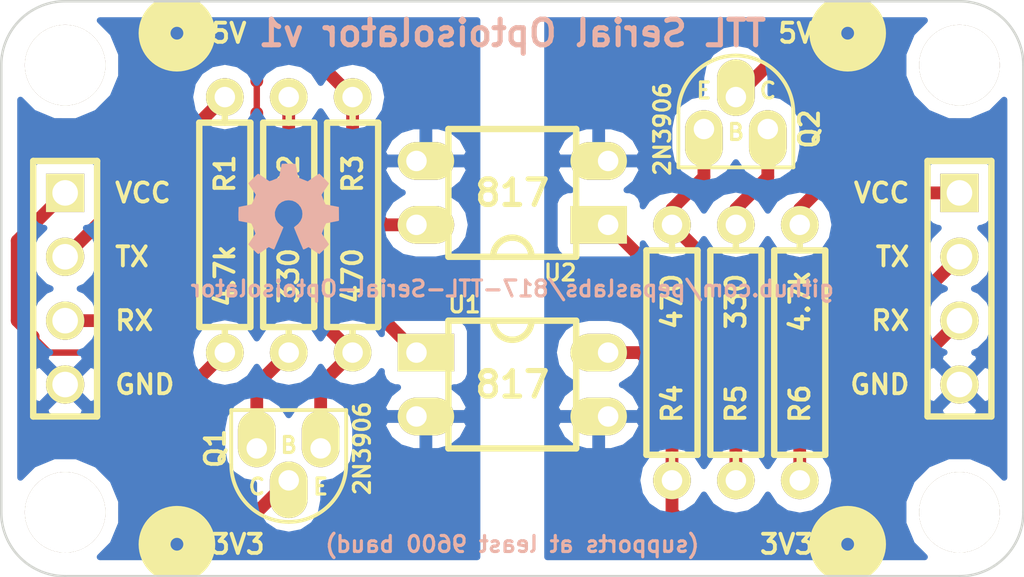
<source format=kicad_pcb>
(kicad_pcb (version 3) (host pcbnew "(2013-07-07 BZR 4022)-stable")

  (general
    (links 20)
    (no_connects 0)
    (area 199.339999 52.019999 240.080001 74.980001)
    (thickness 1.6)
    (drawings 27)
    (tracks 69)
    (zones 0)
    (modules 17)
    (nets 15)
  )

  (page A3)
  (layers
    (15 F.Cu signal)
    (0 B.Cu signal)
    (16 B.Adhes user)
    (17 F.Adhes user)
    (18 B.Paste user)
    (19 F.Paste user)
    (20 B.SilkS user)
    (21 F.SilkS user)
    (22 B.Mask user)
    (23 F.Mask user)
    (24 Dwgs.User user)
    (25 Cmts.User user)
    (26 Eco1.User user)
    (27 Eco2.User user)
    (28 Edge.Cuts user)
  )

  (setup
    (last_trace_width 0.508)
    (user_trace_width 0.508)
    (trace_clearance 0.254)
    (zone_clearance 0.508)
    (zone_45_only no)
    (trace_min 0.254)
    (segment_width 0.2)
    (edge_width 0.1)
    (via_size 0.889)
    (via_drill 0.635)
    (via_min_size 0.889)
    (via_min_drill 0.508)
    (uvia_size 0.508)
    (uvia_drill 0.127)
    (uvias_allowed no)
    (uvia_min_size 0.508)
    (uvia_min_drill 0.127)
    (pcb_text_width 0.3)
    (pcb_text_size 1.5 1.5)
    (mod_edge_width 0.15)
    (mod_text_size 1 1)
    (mod_text_width 0.15)
    (pad_size 1.5 1.5)
    (pad_drill 0.6)
    (pad_to_mask_clearance 0)
    (aux_axis_origin 0 0)
    (visible_elements 7FFFFFFF)
    (pcbplotparams
      (layerselection 284196865)
      (usegerberextensions true)
      (excludeedgelayer true)
      (linewidth 0.150000)
      (plotframeref false)
      (viasonmask false)
      (mode 1)
      (useauxorigin false)
      (hpglpennumber 1)
      (hpglpenspeed 20)
      (hpglpendiameter 15)
      (hpglpenoverlay 2)
      (psnegative false)
      (psa4output false)
      (plotreference true)
      (plotvalue true)
      (plotothertext true)
      (plotinvisibletext false)
      (padsonsilk false)
      (subtractmaskfromsilk false)
      (outputformat 1)
      (mirror false)
      (drillshape 0)
      (scaleselection 1)
      (outputdirectory ../gerbers/))
  )

  (net 0 "")
  (net 1 GNDA)
  (net 2 GNDB)
  (net 3 N-0000010)
  (net 4 N-0000011)
  (net 5 N-0000014)
  (net 6 N-000004)
  (net 7 N-000005)
  (net 8 N-000006)
  (net 9 RXA)
  (net 10 RXB)
  (net 11 TXA)
  (net 12 TXB)
  (net 13 VCCA)
  (net 14 VCCB)

  (net_class Default "This is the default net class."
    (clearance 0.254)
    (trace_width 0.254)
    (via_dia 0.889)
    (via_drill 0.635)
    (uvia_dia 0.508)
    (uvia_drill 0.127)
    (add_net "")
    (add_net GNDA)
    (add_net GNDB)
    (add_net N-0000010)
    (add_net N-0000011)
    (add_net N-0000014)
    (add_net N-000004)
    (add_net N-000005)
    (add_net N-000006)
    (add_net RXA)
    (add_net RXB)
    (add_net TXA)
    (add_net TXB)
    (add_net VCCA)
    (add_net VCCB)
  )

  (module TO-92_Q_EBC_059Bo_PL (layer F.Cu) (tedit 5324AA28) (tstamp 5546F383)
    (at 212.09 69.85)
    (descr "TO-92 Transistor, EBC pinout")
    (tags DEV)
    (path /5546F340)
    (fp_text reference Q1 (at -4.191 0 90) (layer F.SilkS)
      (effects (font (size 0.762 0.762) (thickness 0.1524)))
    )
    (fp_text value 2N3906 (at 1.651 0 90) (layer F.SilkS)
      (effects (font (size 0.635 0.635) (thickness 0.127)))
    )
    (fp_line (start 1.016 0.635) (end 1.016 -1.524) (layer F.SilkS) (width 0.15))
    (fp_line (start 1.016 -1.524) (end -3.556 -1.524) (layer F.SilkS) (width 0.15))
    (fp_line (start -3.556 -1.524) (end -3.556 0.635) (layer F.SilkS) (width 0.15))
    (fp_arc (start -1.27 0.635) (end -1.27 2.921) (angle 90) (layer F.SilkS) (width 0.15))
    (fp_arc (start -1.27 0.635) (end 1.016 0.635) (angle 90) (layer F.SilkS) (width 0.15))
    (fp_text user E (at 0 1.524) (layer F.SilkS)
      (effects (font (size 0.635 0.635) (thickness 0.127)))
    )
    (fp_text user B (at -1.27 -0.127) (layer F.SilkS)
      (effects (font (size 0.635 0.635) (thickness 0.127)))
    )
    (fp_text user C (at -2.54 1.524) (layer F.SilkS)
      (effects (font (size 0.635 0.635) (thickness 0.127)))
    )
    (pad 1 thru_hole oval (at 0 0) (size 1.4986 2.2479) (drill 0.8128 (offset 0 -0.37465))
      (layers *.Cu *.Mask F.SilkS)
      (net 13 VCCA)
    )
    (pad 2 thru_hole oval (at -1.27 1.27) (size 1.4986 2.2479) (drill 0.8128 (offset 0 0.37465))
      (layers *.Cu *.Mask F.SilkS)
      (net 7 N-000005)
    )
    (pad 3 thru_hole oval (at -2.54 0) (size 1.4986 2.2479) (drill 0.8128 (offset 0 -0.37465))
      (layers *.Cu *.Mask F.SilkS)
      (net 8 N-000006)
    )
    (model to-xxx-packages/to92.wrl
      (at (xyz 0 0 0))
      (scale (xyz 1 1 1))
      (rotate (xyz 0 0 0))
    )
  )

  (module TO-92_Q_EBC_059Bo_PL (layer F.Cu) (tedit 5324AA28) (tstamp 5546F392)
    (at 227.33 57.15 180)
    (descr "TO-92 Transistor, EBC pinout")
    (tags DEV)
    (path /5546F361)
    (fp_text reference Q2 (at -4.191 0 270) (layer F.SilkS)
      (effects (font (size 0.762 0.762) (thickness 0.1524)))
    )
    (fp_text value 2N3906 (at 1.651 0 270) (layer F.SilkS)
      (effects (font (size 0.635 0.635) (thickness 0.127)))
    )
    (fp_line (start 1.016 0.635) (end 1.016 -1.524) (layer F.SilkS) (width 0.15))
    (fp_line (start 1.016 -1.524) (end -3.556 -1.524) (layer F.SilkS) (width 0.15))
    (fp_line (start -3.556 -1.524) (end -3.556 0.635) (layer F.SilkS) (width 0.15))
    (fp_arc (start -1.27 0.635) (end -1.27 2.921) (angle 90) (layer F.SilkS) (width 0.15))
    (fp_arc (start -1.27 0.635) (end 1.016 0.635) (angle 90) (layer F.SilkS) (width 0.15))
    (fp_text user E (at 0 1.524 180) (layer F.SilkS)
      (effects (font (size 0.635 0.635) (thickness 0.127)))
    )
    (fp_text user B (at -1.27 -0.127 180) (layer F.SilkS)
      (effects (font (size 0.635 0.635) (thickness 0.127)))
    )
    (fp_text user C (at -2.54 1.524 180) (layer F.SilkS)
      (effects (font (size 0.635 0.635) (thickness 0.127)))
    )
    (pad 1 thru_hole oval (at 0 0 180) (size 1.4986 2.2479) (drill 0.8128 (offset 0 -0.37465))
      (layers *.Cu *.Mask F.SilkS)
      (net 14 VCCB)
    )
    (pad 2 thru_hole oval (at -1.27 1.27 180) (size 1.4986 2.2479) (drill 0.8128 (offset 0 0.37465))
      (layers *.Cu *.Mask F.SilkS)
      (net 4 N-0000011)
    )
    (pad 3 thru_hole oval (at -2.54 0 180) (size 1.4986 2.2479) (drill 0.8128 (offset 0 -0.37465))
      (layers *.Cu *.Mask F.SilkS)
      (net 3 N-0000010)
    )
    (model to-xxx-packages/to92.wrl
      (at (xyz 0 0 0))
      (scale (xyz 1 1 1))
      (rotate (xyz 0 0 0))
    )
  )

  (module R_AXIAL_0W25_059A_PL (layer F.Cu) (tedit 53A245D9) (tstamp 5546F39F)
    (at 208.28 55.88 270)
    (descr "Resistor Axial 1/4W 0.4\"")
    (tags R)
    (path /55465781)
    (autoplace_cost180 10)
    (fp_text reference R1 (at 3.048 0 270) (layer F.SilkS)
      (effects (font (size 0.762 0.762) (thickness 0.1524)))
    )
    (fp_text value 4.7k (at 7.112 0 270) (layer F.SilkS)
      (effects (font (size 0.762 0.762) (thickness 0.1524)))
    )
    (fp_line (start 0 0) (end 1.016 0) (layer F.SilkS) (width 0.254))
    (fp_line (start 1.016 0) (end 1.016 -1.016) (layer F.SilkS) (width 0.254))
    (fp_line (start 1.016 -1.016) (end 9.144 -1.016) (layer F.SilkS) (width 0.254))
    (fp_line (start 9.144 -1.016) (end 9.144 1.016) (layer F.SilkS) (width 0.254))
    (fp_line (start 9.144 1.016) (end 1.016 1.016) (layer F.SilkS) (width 0.254))
    (fp_line (start 1.016 1.016) (end 1.016 0) (layer F.SilkS) (width 0.254))
    (fp_line (start 10.16 0) (end 9.144 0) (layer F.SilkS) (width 0.254))
    (pad 1 thru_hole oval (at 0 0 270) (size 1.4986 1.4986) (drill 0.8128)
      (layers *.Cu *.Mask F.SilkS)
      (net 11 TXA)
    )
    (pad 2 thru_hole oval (at 10.16 0 270) (size 1.4986 1.4986) (drill 0.8128)
      (layers *.Cu *.Mask F.SilkS)
      (net 7 N-000005)
    )
    (model discret/resistor.wrl
      (at (xyz 0 0 0))
      (scale (xyz 0.4 0.4 0.4))
      (rotate (xyz 0 0 0))
    )
  )

  (module R_AXIAL_0W25_059A_PL (layer F.Cu) (tedit 53A245D9) (tstamp 5546F3AC)
    (at 226.06 71.12 90)
    (descr "Resistor Axial 1/4W 0.4\"")
    (tags R)
    (path /55465B77)
    (autoplace_cost180 10)
    (fp_text reference R4 (at 3.048 0 90) (layer F.SilkS)
      (effects (font (size 0.762 0.762) (thickness 0.1524)))
    )
    (fp_text value 470 (at 7.112 0 90) (layer F.SilkS)
      (effects (font (size 0.762 0.762) (thickness 0.1524)))
    )
    (fp_line (start 0 0) (end 1.016 0) (layer F.SilkS) (width 0.254))
    (fp_line (start 1.016 0) (end 1.016 -1.016) (layer F.SilkS) (width 0.254))
    (fp_line (start 1.016 -1.016) (end 9.144 -1.016) (layer F.SilkS) (width 0.254))
    (fp_line (start 9.144 -1.016) (end 9.144 1.016) (layer F.SilkS) (width 0.254))
    (fp_line (start 9.144 1.016) (end 1.016 1.016) (layer F.SilkS) (width 0.254))
    (fp_line (start 1.016 1.016) (end 1.016 0) (layer F.SilkS) (width 0.254))
    (fp_line (start 10.16 0) (end 9.144 0) (layer F.SilkS) (width 0.254))
    (pad 1 thru_hole oval (at 0 0 90) (size 1.4986 1.4986) (drill 0.8128)
      (layers *.Cu *.Mask F.SilkS)
      (net 10 RXB)
    )
    (pad 2 thru_hole oval (at 10.16 0 90) (size 1.4986 1.4986) (drill 0.8128)
      (layers *.Cu *.Mask F.SilkS)
      (net 14 VCCB)
    )
    (model discret/resistor.wrl
      (at (xyz 0 0 0))
      (scale (xyz 0.4 0.4 0.4))
      (rotate (xyz 0 0 0))
    )
  )

  (module R_AXIAL_0W25_059A_PL (layer F.Cu) (tedit 53A245D9) (tstamp 5546F3B9)
    (at 210.82 55.88 270)
    (descr "Resistor Axial 1/4W 0.4\"")
    (tags R)
    (path /5546D91C)
    (autoplace_cost180 10)
    (fp_text reference R2 (at 3.048 0 270) (layer F.SilkS)
      (effects (font (size 0.762 0.762) (thickness 0.1524)))
    )
    (fp_text value 330 (at 7.112 0 270) (layer F.SilkS)
      (effects (font (size 0.762 0.762) (thickness 0.1524)))
    )
    (fp_line (start 0 0) (end 1.016 0) (layer F.SilkS) (width 0.254))
    (fp_line (start 1.016 0) (end 1.016 -1.016) (layer F.SilkS) (width 0.254))
    (fp_line (start 1.016 -1.016) (end 9.144 -1.016) (layer F.SilkS) (width 0.254))
    (fp_line (start 9.144 -1.016) (end 9.144 1.016) (layer F.SilkS) (width 0.254))
    (fp_line (start 9.144 1.016) (end 1.016 1.016) (layer F.SilkS) (width 0.254))
    (fp_line (start 1.016 1.016) (end 1.016 0) (layer F.SilkS) (width 0.254))
    (fp_line (start 10.16 0) (end 9.144 0) (layer F.SilkS) (width 0.254))
    (pad 1 thru_hole oval (at 0 0 270) (size 1.4986 1.4986) (drill 0.8128)
      (layers *.Cu *.Mask F.SilkS)
      (net 6 N-000004)
    )
    (pad 2 thru_hole oval (at 10.16 0 270) (size 1.4986 1.4986) (drill 0.8128)
      (layers *.Cu *.Mask F.SilkS)
      (net 8 N-000006)
    )
    (model discret/resistor.wrl
      (at (xyz 0 0 0))
      (scale (xyz 0.4 0.4 0.4))
      (rotate (xyz 0 0 0))
    )
  )

  (module R_AXIAL_0W25_059A_PL (layer F.Cu) (tedit 53A245D9) (tstamp 5546F3C6)
    (at 231.14 71.12 90)
    (descr "Resistor Axial 1/4W 0.4\"")
    (tags R)
    (path /5546D977)
    (autoplace_cost180 10)
    (fp_text reference R6 (at 3.048 0 90) (layer F.SilkS)
      (effects (font (size 0.762 0.762) (thickness 0.1524)))
    )
    (fp_text value 4.7k (at 7.112 0 90) (layer F.SilkS)
      (effects (font (size 0.762 0.762) (thickness 0.1524)))
    )
    (fp_line (start 0 0) (end 1.016 0) (layer F.SilkS) (width 0.254))
    (fp_line (start 1.016 0) (end 1.016 -1.016) (layer F.SilkS) (width 0.254))
    (fp_line (start 1.016 -1.016) (end 9.144 -1.016) (layer F.SilkS) (width 0.254))
    (fp_line (start 9.144 -1.016) (end 9.144 1.016) (layer F.SilkS) (width 0.254))
    (fp_line (start 9.144 1.016) (end 1.016 1.016) (layer F.SilkS) (width 0.254))
    (fp_line (start 1.016 1.016) (end 1.016 0) (layer F.SilkS) (width 0.254))
    (fp_line (start 10.16 0) (end 9.144 0) (layer F.SilkS) (width 0.254))
    (pad 1 thru_hole oval (at 0 0 90) (size 1.4986 1.4986) (drill 0.8128)
      (layers *.Cu *.Mask F.SilkS)
      (net 12 TXB)
    )
    (pad 2 thru_hole oval (at 10.16 0 90) (size 1.4986 1.4986) (drill 0.8128)
      (layers *.Cu *.Mask F.SilkS)
      (net 4 N-0000011)
    )
    (model discret/resistor.wrl
      (at (xyz 0 0 0))
      (scale (xyz 0.4 0.4 0.4))
      (rotate (xyz 0 0 0))
    )
  )

  (module R_AXIAL_0W25_059A_PL (layer F.Cu) (tedit 53A245D9) (tstamp 5546F3D3)
    (at 213.36 55.88 270)
    (descr "Resistor Axial 1/4W 0.4\"")
    (tags R)
    (path /5546D97D)
    (autoplace_cost180 10)
    (fp_text reference R3 (at 3.048 0 270) (layer F.SilkS)
      (effects (font (size 0.762 0.762) (thickness 0.1524)))
    )
    (fp_text value 470 (at 7.112 0 270) (layer F.SilkS)
      (effects (font (size 0.762 0.762) (thickness 0.1524)))
    )
    (fp_line (start 0 0) (end 1.016 0) (layer F.SilkS) (width 0.254))
    (fp_line (start 1.016 0) (end 1.016 -1.016) (layer F.SilkS) (width 0.254))
    (fp_line (start 1.016 -1.016) (end 9.144 -1.016) (layer F.SilkS) (width 0.254))
    (fp_line (start 9.144 -1.016) (end 9.144 1.016) (layer F.SilkS) (width 0.254))
    (fp_line (start 9.144 1.016) (end 1.016 1.016) (layer F.SilkS) (width 0.254))
    (fp_line (start 1.016 1.016) (end 1.016 0) (layer F.SilkS) (width 0.254))
    (fp_line (start 10.16 0) (end 9.144 0) (layer F.SilkS) (width 0.254))
    (pad 1 thru_hole oval (at 0 0 270) (size 1.4986 1.4986) (drill 0.8128)
      (layers *.Cu *.Mask F.SilkS)
      (net 9 RXA)
    )
    (pad 2 thru_hole oval (at 10.16 0 270) (size 1.4986 1.4986) (drill 0.8128)
      (layers *.Cu *.Mask F.SilkS)
      (net 13 VCCA)
    )
    (model discret/resistor.wrl
      (at (xyz 0 0 0))
      (scale (xyz 0.4 0.4 0.4))
      (rotate (xyz 0 0 0))
    )
  )

  (module R_AXIAL_0W25_059A_PL (layer F.Cu) (tedit 53A245D9) (tstamp 5546F3E0)
    (at 228.6 71.12 90)
    (descr "Resistor Axial 1/4W 0.4\"")
    (tags R)
    (path /5546D98C)
    (autoplace_cost180 10)
    (fp_text reference R5 (at 3.048 0 90) (layer F.SilkS)
      (effects (font (size 0.762 0.762) (thickness 0.1524)))
    )
    (fp_text value 330 (at 7.112 0 90) (layer F.SilkS)
      (effects (font (size 0.762 0.762) (thickness 0.1524)))
    )
    (fp_line (start 0 0) (end 1.016 0) (layer F.SilkS) (width 0.254))
    (fp_line (start 1.016 0) (end 1.016 -1.016) (layer F.SilkS) (width 0.254))
    (fp_line (start 1.016 -1.016) (end 9.144 -1.016) (layer F.SilkS) (width 0.254))
    (fp_line (start 9.144 -1.016) (end 9.144 1.016) (layer F.SilkS) (width 0.254))
    (fp_line (start 9.144 1.016) (end 1.016 1.016) (layer F.SilkS) (width 0.254))
    (fp_line (start 1.016 1.016) (end 1.016 0) (layer F.SilkS) (width 0.254))
    (fp_line (start 10.16 0) (end 9.144 0) (layer F.SilkS) (width 0.254))
    (pad 1 thru_hole oval (at 0 0 90) (size 1.4986 1.4986) (drill 0.8128)
      (layers *.Cu *.Mask F.SilkS)
      (net 5 N-0000014)
    )
    (pad 2 thru_hole oval (at 10.16 0 90) (size 1.4986 1.4986) (drill 0.8128)
      (layers *.Cu *.Mask F.SilkS)
      (net 3 N-0000010)
    )
    (model discret/resistor.wrl
      (at (xyz 0 0 0))
      (scale (xyz 0.4 0.4 0.4))
      (rotate (xyz 0 0 0))
    )
  )

  (module PIN_ARRAY_4x1 (layer F.Cu) (tedit 5546FC4D) (tstamp 5546F3EC)
    (at 201.93 63.5 270)
    (descr "Double rangee de contacts 2 x 5 pins")
    (tags CONN)
    (path /554657AF)
    (fp_text reference P1 (at 0 -2.54 270) (layer F.SilkS) hide
      (effects (font (size 1.016 1.016) (thickness 0.2032)))
    )
    (fp_text value CONN_4 (at 0 2.54 270) (layer F.SilkS) hide
      (effects (font (size 1.016 1.016) (thickness 0.2032)))
    )
    (fp_line (start 5.08 1.27) (end -5.08 1.27) (layer F.SilkS) (width 0.254))
    (fp_line (start 5.08 -1.27) (end -5.08 -1.27) (layer F.SilkS) (width 0.254))
    (fp_line (start -5.08 -1.27) (end -5.08 1.27) (layer F.SilkS) (width 0.254))
    (fp_line (start 5.08 1.27) (end 5.08 -1.27) (layer F.SilkS) (width 0.254))
    (pad 1 thru_hole rect (at -3.81 0 270) (size 1.524 1.524) (drill 1.016)
      (layers *.Cu *.Mask F.SilkS)
      (net 13 VCCA)
    )
    (pad 2 thru_hole circle (at -1.27 0 270) (size 1.524 1.524) (drill 1.016)
      (layers *.Cu *.Mask F.SilkS)
      (net 11 TXA)
    )
    (pad 3 thru_hole circle (at 1.27 0 270) (size 1.524 1.524) (drill 1.016)
      (layers *.Cu *.Mask F.SilkS)
      (net 9 RXA)
    )
    (pad 4 thru_hole circle (at 3.81 0 270) (size 1.524 1.524) (drill 1.016)
      (layers *.Cu *.Mask F.SilkS)
      (net 1 GNDA)
    )
    (model pin_array\pins_array_4x1.wrl
      (at (xyz 0 0 0))
      (scale (xyz 1 1 1))
      (rotate (xyz 0 0 0))
    )
  )

  (module PIN_ARRAY_4x1 (layer F.Cu) (tedit 5546FCF8) (tstamp 5546F3F8)
    (at 237.49 63.5 270)
    (descr "Double rangee de contacts 2 x 5 pins")
    (tags CONN)
    (path /55465835)
    (fp_text reference P2 (at 0 -2.54 270) (layer F.SilkS) hide
      (effects (font (size 1.016 1.016) (thickness 0.2032)))
    )
    (fp_text value CONN_4 (at 0 2.54 270) (layer F.SilkS) hide
      (effects (font (size 1.016 1.016) (thickness 0.2032)))
    )
    (fp_line (start 5.08 1.27) (end -5.08 1.27) (layer F.SilkS) (width 0.254))
    (fp_line (start 5.08 -1.27) (end -5.08 -1.27) (layer F.SilkS) (width 0.254))
    (fp_line (start -5.08 -1.27) (end -5.08 1.27) (layer F.SilkS) (width 0.254))
    (fp_line (start 5.08 1.27) (end 5.08 -1.27) (layer F.SilkS) (width 0.254))
    (pad 1 thru_hole rect (at -3.81 0 270) (size 1.524 1.524) (drill 1.016)
      (layers *.Cu *.Mask F.SilkS)
      (net 14 VCCB)
    )
    (pad 2 thru_hole circle (at -1.27 0 270) (size 1.524 1.524) (drill 1.016)
      (layers *.Cu *.Mask F.SilkS)
      (net 12 TXB)
    )
    (pad 3 thru_hole circle (at 1.27 0 270) (size 1.524 1.524) (drill 1.016)
      (layers *.Cu *.Mask F.SilkS)
      (net 10 RXB)
    )
    (pad 4 thru_hole circle (at 3.81 0 270) (size 1.524 1.524) (drill 1.016)
      (layers *.Cu *.Mask F.SilkS)
      (net 2 GNDB)
    )
    (model pin_array\pins_array_4x1.wrl
      (at (xyz 0 0 0))
      (scale (xyz 1 1 1))
      (rotate (xyz 0 0 0))
    )
  )

  (module hole_M3_2 (layer F.Cu) (tedit 550BAD19) (tstamp 5547BC08)
    (at 201.93 54.61)
    (descr "M3 mounting hole")
    (path 1pin)
    (fp_text reference H*** (at 0 -3.048) (layer F.SilkS) hide
      (effects (font (size 1.016 1.016) (thickness 0.254)))
    )
    (fp_text value Val** (at 0 2.794) (layer F.SilkS) hide
      (effects (font (size 1.016 1.016) (thickness 0.254)))
    )
    (pad 1 thru_hole circle (at 0 0) (size 3.2 3.2) (drill 3.2)
      (layers *.Cu *.Mask F.SilkS)
    )
  )

  (module hole_M3_2 (layer F.Cu) (tedit 550BAD19) (tstamp 5547BC3A)
    (at 237.49 54.61)
    (descr "M3 mounting hole")
    (path 1pin)
    (fp_text reference H*** (at 0 -3.048) (layer F.SilkS) hide
      (effects (font (size 1.016 1.016) (thickness 0.254)))
    )
    (fp_text value Val** (at 0 2.794) (layer F.SilkS) hide
      (effects (font (size 1.016 1.016) (thickness 0.254)))
    )
    (pad 1 thru_hole circle (at 0 0) (size 3.2 3.2) (drill 3.2)
      (layers *.Cu *.Mask F.SilkS)
    )
  )

  (module hole_M3_2 (layer F.Cu) (tedit 550BAD19) (tstamp 5547BC48)
    (at 237.49 72.39)
    (descr "M3 mounting hole")
    (path 1pin)
    (fp_text reference H*** (at 0 -3.048) (layer F.SilkS) hide
      (effects (font (size 1.016 1.016) (thickness 0.254)))
    )
    (fp_text value Val** (at 0 2.794) (layer F.SilkS) hide
      (effects (font (size 1.016 1.016) (thickness 0.254)))
    )
    (pad 1 thru_hole circle (at 0 0) (size 3.2 3.2) (drill 3.2)
      (layers *.Cu *.Mask F.SilkS)
    )
  )

  (module hole_M3_2 (layer F.Cu) (tedit 550BAD19) (tstamp 5547BC51)
    (at 201.93 72.39)
    (descr "M3 mounting hole")
    (path 1pin)
    (fp_text reference H*** (at 0 -3.048) (layer F.SilkS) hide
      (effects (font (size 1.016 1.016) (thickness 0.254)))
    )
    (fp_text value Val** (at 0 2.794) (layer F.SilkS) hide
      (effects (font (size 1.016 1.016) (thickness 0.254)))
    )
    (pad 1 thru_hole circle (at 0 0) (size 3.2 3.2) (drill 3.2)
      (layers *.Cu *.Mask F.SilkS)
    )
  )

  (module OSHW-logo_silkscreen-back_4mm (layer F.Cu) (tedit 0) (tstamp 55476A21)
    (at 210.82 60.325)
    (fp_text reference G*** (at 0 2.1209) (layer B.SilkS) hide
      (effects (font (size 0.18034 0.18034) (thickness 0.03556)))
    )
    (fp_text value OSHW-logo_silkscreen-back_4mm (at 0 -2.1209) (layer B.SilkS) hide
      (effects (font (size 0.18034 0.18034) (thickness 0.03556)))
    )
    (fp_poly (pts (xy 1.21158 1.79578) (xy 1.19126 1.78562) (xy 1.143 1.75514) (xy 1.07696 1.71196)
      (xy 0.99822 1.65862) (xy 0.91948 1.60528) (xy 0.85344 1.5621) (xy 0.80772 1.53162)
      (xy 0.78994 1.52146) (xy 0.77978 1.524) (xy 0.74168 1.54432) (xy 0.6858 1.57226)
      (xy 0.65532 1.5875) (xy 0.60452 1.61036) (xy 0.57912 1.61544) (xy 0.57658 1.60782)
      (xy 0.55626 1.56972) (xy 0.52832 1.50368) (xy 0.49022 1.41732) (xy 0.44704 1.31572)
      (xy 0.40132 1.2065) (xy 0.3556 1.09474) (xy 0.30988 0.98806) (xy 0.27178 0.89154)
      (xy 0.23876 0.81534) (xy 0.21844 0.75946) (xy 0.21082 0.7366) (xy 0.21336 0.73152)
      (xy 0.23876 0.70866) (xy 0.28194 0.67564) (xy 0.37846 0.5969) (xy 0.4699 0.48006)
      (xy 0.52832 0.34798) (xy 0.5461 0.20066) (xy 0.53086 0.06604) (xy 0.47752 -0.0635)
      (xy 0.38608 -0.18288) (xy 0.27432 -0.26924) (xy 0.14478 -0.32512) (xy 0 -0.3429)
      (xy -0.1397 -0.32766) (xy -0.27178 -0.27432) (xy -0.39116 -0.18542) (xy -0.43942 -0.127)
      (xy -0.508 -0.00762) (xy -0.54864 0.11938) (xy -0.55118 0.14986) (xy -0.5461 0.2921)
      (xy -0.50546 0.42672) (xy -0.4318 0.5461) (xy -0.32766 0.64516) (xy -0.31496 0.65532)
      (xy -0.2667 0.69088) (xy -0.23622 0.71374) (xy -0.21082 0.73406) (xy -0.38862 1.16586)
      (xy -0.41656 1.23444) (xy -0.46736 1.35128) (xy -0.51054 1.45288) (xy -0.54356 1.53416)
      (xy -0.56896 1.5875) (xy -0.57912 1.61036) (xy -0.57912 1.61036) (xy -0.59436 1.6129)
      (xy -0.62738 1.6002) (xy -0.68834 1.57226) (xy -0.72898 1.55194) (xy -0.7747 1.52908)
      (xy -0.79502 1.52146) (xy -0.8128 1.53162) (xy -0.85598 1.55956) (xy -0.91948 1.60274)
      (xy -0.99568 1.65354) (xy -1.06934 1.70434) (xy -1.13792 1.75006) (xy -1.18618 1.78054)
      (xy -1.21158 1.79324) (xy -1.21412 1.79324) (xy -1.23444 1.78054) (xy -1.27508 1.75006)
      (xy -1.3335 1.69418) (xy -1.41478 1.6129) (xy -1.42748 1.6002) (xy -1.49606 1.52908)
      (xy -1.55194 1.47066) (xy -1.59004 1.43002) (xy -1.60274 1.41224) (xy -1.60274 1.41224)
      (xy -1.59004 1.38684) (xy -1.55956 1.33858) (xy -1.51384 1.27) (xy -1.4605 1.19126)
      (xy -1.31826 0.98298) (xy -1.397 0.7874) (xy -1.41986 0.72898) (xy -1.45034 0.65532)
      (xy -1.4732 0.60452) (xy -1.4859 0.58166) (xy -1.50622 0.57404) (xy -1.55956 0.56134)
      (xy -1.6383 0.54356) (xy -1.72974 0.52832) (xy -1.81864 0.51054) (xy -1.89738 0.4953)
      (xy -1.9558 0.48514) (xy -1.9812 0.48006) (xy -1.98628 0.47498) (xy -1.99136 0.46228)
      (xy -1.99644 0.43688) (xy -1.99644 0.38862) (xy -1.99898 0.31242) (xy -1.99898 0.20066)
      (xy -1.99898 0.1905) (xy -1.99644 0.08382) (xy -1.99644 0) (xy -1.9939 -0.05334)
      (xy -1.98882 -0.07366) (xy -1.98882 -0.07366) (xy -1.96342 -0.08128) (xy -1.90754 -0.09144)
      (xy -1.8288 -0.10922) (xy -1.73228 -0.127) (xy -1.7272 -0.127) (xy -1.63322 -0.14478)
      (xy -1.55448 -0.16256) (xy -1.4986 -0.17526) (xy -1.47574 -0.18288) (xy -1.47066 -0.18796)
      (xy -1.45034 -0.22606) (xy -1.4224 -0.28448) (xy -1.39192 -0.3556) (xy -1.36144 -0.42926)
      (xy -1.3335 -0.49784) (xy -1.31572 -0.5461) (xy -1.31064 -0.56896) (xy -1.31064 -0.56896)
      (xy -1.32588 -0.59182) (xy -1.3589 -0.64262) (xy -1.40462 -0.70866) (xy -1.4605 -0.78994)
      (xy -1.46304 -0.79756) (xy -1.51892 -0.8763) (xy -1.5621 -0.94488) (xy -1.59258 -0.99314)
      (xy -1.60274 -1.01346) (xy -1.60274 -1.016) (xy -1.58496 -1.03886) (xy -1.54432 -1.08458)
      (xy -1.4859 -1.14554) (xy -1.41478 -1.21666) (xy -1.39192 -1.23698) (xy -1.31572 -1.31318)
      (xy -1.26238 -1.36398) (xy -1.22682 -1.38938) (xy -1.21158 -1.397) (xy -1.21158 -1.39446)
      (xy -1.18618 -1.38176) (xy -1.13538 -1.34874) (xy -1.0668 -1.30048) (xy -0.98552 -1.24714)
      (xy -0.98044 -1.24206) (xy -0.9017 -1.18872) (xy -0.83566 -1.143) (xy -0.7874 -1.11252)
      (xy -0.76708 -1.09982) (xy -0.762 -1.09982) (xy -0.73152 -1.10998) (xy -0.6731 -1.12776)
      (xy -0.60452 -1.1557) (xy -0.53086 -1.18618) (xy -0.46228 -1.21412) (xy -0.41148 -1.23698)
      (xy -0.38862 -1.24968) (xy -0.38862 -1.25222) (xy -0.37846 -1.28016) (xy -0.36576 -1.34112)
      (xy -0.34798 -1.4224) (xy -0.3302 -1.52146) (xy -0.32766 -1.5367) (xy -0.30988 -1.63068)
      (xy -0.29464 -1.70942) (xy -0.28194 -1.7653) (xy -0.27686 -1.78816) (xy -0.26416 -1.7907)
      (xy -0.2159 -1.79324) (xy -0.14478 -1.79578) (xy -0.05842 -1.79578) (xy 0.03048 -1.79578)
      (xy 0.11684 -1.79324) (xy 0.19304 -1.7907) (xy 0.24638 -1.78816) (xy 0.26924 -1.78308)
      (xy 0.27178 -1.78054) (xy 0.2794 -1.7526) (xy 0.2921 -1.69164) (xy 0.30988 -1.61036)
      (xy 0.32766 -1.5113) (xy 0.3302 -1.49352) (xy 0.34798 -1.39954) (xy 0.36576 -1.3208)
      (xy 0.37592 -1.26746) (xy 0.38354 -1.24714) (xy 0.39116 -1.24206) (xy 0.42926 -1.22428)
      (xy 0.49276 -1.19888) (xy 0.57404 -1.16586) (xy 0.75692 -1.0922) (xy 0.98044 -1.24714)
      (xy 1.00076 -1.25984) (xy 1.08204 -1.31572) (xy 1.14808 -1.3589) (xy 1.1938 -1.38938)
      (xy 1.21412 -1.39954) (xy 1.21412 -1.39954) (xy 1.23698 -1.37922) (xy 1.2827 -1.33858)
      (xy 1.34366 -1.27762) (xy 1.41224 -1.20904) (xy 1.46558 -1.1557) (xy 1.52654 -1.0922)
      (xy 1.56718 -1.05156) (xy 1.5875 -1.02362) (xy 1.59512 -1.00584) (xy 1.59258 -0.99568)
      (xy 1.57988 -0.97282) (xy 1.54686 -0.92456) (xy 1.50114 -0.85598) (xy 1.44526 -0.77724)
      (xy 1.39954 -0.70866) (xy 1.35128 -0.635) (xy 1.3208 -0.58166) (xy 1.3081 -0.55372)
      (xy 1.31064 -0.54356) (xy 1.32842 -0.50038) (xy 1.35382 -0.4318) (xy 1.38684 -0.35306)
      (xy 1.46558 -0.17526) (xy 1.58242 -0.15494) (xy 1.65354 -0.1397) (xy 1.7526 -0.12192)
      (xy 1.84658 -0.10414) (xy 1.9939 -0.07366) (xy 1.99898 0.46482) (xy 1.97612 0.47498)
      (xy 1.95326 0.4826) (xy 1.89992 0.49276) (xy 1.82118 0.508) (xy 1.72974 0.52578)
      (xy 1.651 0.54102) (xy 1.57226 0.55626) (xy 1.51638 0.56642) (xy 1.49098 0.5715)
      (xy 1.48336 0.58166) (xy 1.46304 0.61976) (xy 1.4351 0.68072) (xy 1.40462 0.75438)
      (xy 1.37414 0.82804) (xy 1.3462 0.89916) (xy 1.32588 0.9525) (xy 1.31826 0.98044)
      (xy 1.32842 1.00076) (xy 1.3589 1.04648) (xy 1.40208 1.11252) (xy 1.45542 1.19126)
      (xy 1.5113 1.27) (xy 1.55448 1.33858) (xy 1.5875 1.38684) (xy 1.6002 1.40716)
      (xy 1.59258 1.4224) (xy 1.5621 1.4605) (xy 1.50368 1.52146) (xy 1.41478 1.61036)
      (xy 1.39954 1.62306) (xy 1.33096 1.69164) (xy 1.27 1.74498) (xy 1.22936 1.78308)
      (xy 1.21158 1.79578)) (layer B.SilkS) (width 0.00254))
  )

  (module DIP4_059Bi_PL (layer F.Cu) (tedit 55484718) (tstamp 55484630)
    (at 219.71 59.69 90)
    (descr "4-lead DIP package")
    (tags DIP)
    (path /554845E7)
    (fp_text reference U2 (at -3.175 1.905 180) (layer F.SilkS)
      (effects (font (size 0.635 0.635) (thickness 0.127)))
    )
    (fp_text value 817 (at 0 0 180) (layer F.SilkS)
      (effects (font (size 1.016 1.016) (thickness 0.2032)))
    )
    (fp_arc (start -2.54 0) (end -2.54 -0.762) (angle 90) (layer F.SilkS) (width 0.254))
    (fp_arc (start -2.54 0) (end -1.778 0) (angle 90) (layer F.SilkS) (width 0.254))
    (fp_line (start -2.54 -2.54) (end 2.54 -2.54) (layer F.SilkS) (width 0.254))
    (fp_line (start 2.54 -2.54) (end 2.54 2.54) (layer F.SilkS) (width 0.254))
    (fp_line (start 2.54 2.54) (end -2.54 2.54) (layer F.SilkS) (width 0.254))
    (fp_line (start -2.54 2.54) (end -2.54 -2.54) (layer F.SilkS) (width 0.254))
    (pad 1 thru_hole rect (at -1.27 3.81 90) (size 1.4986 2.2479) (drill 0.8128 (offset 0 -0.37465))
      (layers *.Cu *.Mask F.SilkS)
      (net 5 N-0000014)
    )
    (pad 2 thru_hole oval (at 1.27 3.81 90) (size 1.4986 2.2479) (drill 0.8128 (offset 0 -0.37465))
      (layers *.Cu *.Mask F.SilkS)
      (net 2 GNDB)
    )
    (pad 3 thru_hole oval (at 1.27 -3.81 90) (size 1.4986 2.2479) (drill 0.8128 (offset 0 0.37465))
      (layers *.Cu *.Mask F.SilkS)
      (net 1 GNDA)
    )
    (pad 4 thru_hole oval (at -1.27 -3.81 90) (size 1.4986 2.2479) (drill 0.8128 (offset 0 0.37465))
      (layers *.Cu *.Mask F.SilkS)
      (net 9 RXA)
    )
    (model dil/dil_8.wrl
      (at (xyz 0 0 0))
      (scale (xyz 1 1 1))
      (rotate (xyz 0 0 0))
    )
  )

  (module DIP4_059Bi_PL (layer F.Cu) (tedit 55484703) (tstamp 55484689)
    (at 219.71 67.31 270)
    (descr "4-lead DIP package")
    (tags DIP)
    (path /554845DA)
    (fp_text reference U1 (at -3.175 1.905 360) (layer F.SilkS)
      (effects (font (size 0.635 0.635) (thickness 0.127)))
    )
    (fp_text value 817 (at 0 0 360) (layer F.SilkS)
      (effects (font (size 1.016 1.016) (thickness 0.2032)))
    )
    (fp_arc (start -2.54 0) (end -2.54 -0.762) (angle 90) (layer F.SilkS) (width 0.254))
    (fp_arc (start -2.54 0) (end -1.778 0) (angle 90) (layer F.SilkS) (width 0.254))
    (fp_line (start -2.54 -2.54) (end 2.54 -2.54) (layer F.SilkS) (width 0.254))
    (fp_line (start 2.54 -2.54) (end 2.54 2.54) (layer F.SilkS) (width 0.254))
    (fp_line (start 2.54 2.54) (end -2.54 2.54) (layer F.SilkS) (width 0.254))
    (fp_line (start -2.54 2.54) (end -2.54 -2.54) (layer F.SilkS) (width 0.254))
    (pad 1 thru_hole rect (at -1.27 3.81 270) (size 1.4986 2.2479) (drill 0.8128 (offset 0 -0.37465))
      (layers *.Cu *.Mask F.SilkS)
      (net 6 N-000004)
    )
    (pad 2 thru_hole oval (at 1.27 3.81 270) (size 1.4986 2.2479) (drill 0.8128 (offset 0 -0.37465))
      (layers *.Cu *.Mask F.SilkS)
      (net 1 GNDA)
    )
    (pad 3 thru_hole oval (at 1.27 -3.81 270) (size 1.4986 2.2479) (drill 0.8128 (offset 0 0.37465))
      (layers *.Cu *.Mask F.SilkS)
      (net 2 GNDB)
    )
    (pad 4 thru_hole oval (at -1.27 -3.81 270) (size 1.4986 2.2479) (drill 0.8128 (offset 0 0.37465))
      (layers *.Cu *.Mask F.SilkS)
      (net 10 RXB)
    )
    (model dil/dil_8.wrl
      (at (xyz 0 0 0))
      (scale (xyz 1 1 1))
      (rotate (xyz 0 0 0))
    )
  )

  (gr_text "(supports at least 9600 baud)" (at 219.71 73.66) (layer B.SilkS)
    (effects (font (size 0.635 0.635) (thickness 0.127)) (justify mirror))
  )
  (gr_text "TTL Serial Optoisolator v1" (at 219.71 53.34) (layer B.SilkS)
    (effects (font (size 1.016 1.016) (thickness 0.2032)) (justify mirror))
  )
  (gr_text github.com/pepaslabs/817-TTL-Serial-Optoisolator (at 219.71 63.5) (layer B.SilkS)
    (effects (font (size 0.635 0.635) (thickness 0.127)) (justify mirror))
  )
  (gr_line (start 240.03 54.61) (end 240.03 72.39) (angle 90) (layer Edge.Cuts) (width 0.1))
  (gr_line (start 199.39 54.61) (end 199.39 72.39) (angle 90) (layer Edge.Cuts) (width 0.1))
  (gr_circle (center 233.045 73.66) (end 233.299 73.66) (layer F.SilkS) (width 1.27))
  (gr_circle (center 233.045 53.34) (end 233.299 53.34) (layer F.SilkS) (width 1.27))
  (gr_circle (center 206.375 73.66) (end 206.375 73.406) (layer F.SilkS) (width 1.27))
  (gr_circle (center 206.375 53.34) (end 206.629 53.34) (layer F.SilkS) (width 1.27))
  (gr_line (start 201.93 74.93) (end 237.49 74.93) (angle 90) (layer Edge.Cuts) (width 0.1))
  (gr_line (start 237.49 52.07) (end 201.93 52.07) (angle 90) (layer Edge.Cuts) (width 0.1))
  (gr_arc (start 237.49 72.39) (end 240.03 72.39) (angle 90) (layer Edge.Cuts) (width 0.1))
  (gr_arc (start 237.49 54.61) (end 237.49 52.07) (angle 90) (layer Edge.Cuts) (width 0.1))
  (gr_arc (start 201.93 72.39) (end 201.93 74.93) (angle 90) (layer Edge.Cuts) (width 0.1))
  (gr_arc (start 201.93 54.61) (end 199.39 54.61) (angle 90) (layer Edge.Cuts) (width 0.1))
  (gr_text 3V3 (at 231.775 73.66) (layer F.SilkS)
    (effects (font (size 0.762 0.762) (thickness 0.1524)) (justify right))
  )
  (gr_text 5V (at 231.775 53.34) (layer F.SilkS)
    (effects (font (size 0.762 0.762) (thickness 0.1524)) (justify right))
  )
  (gr_text 3V3 (at 207.645 73.66) (layer F.SilkS)
    (effects (font (size 0.762 0.762) (thickness 0.1524)) (justify left))
  )
  (gr_text 5V (at 207.645 53.34) (layer F.SilkS)
    (effects (font (size 0.762 0.762) (thickness 0.1524)) (justify left))
  )
  (gr_text GND (at 203.835 67.31) (layer F.SilkS)
    (effects (font (size 0.762 0.762) (thickness 0.1524)) (justify left))
  )
  (gr_text RX (at 203.835 64.77) (layer F.SilkS)
    (effects (font (size 0.762 0.762) (thickness 0.1524)) (justify left))
  )
  (gr_text TX (at 203.835 62.23) (layer F.SilkS)
    (effects (font (size 0.762 0.762) (thickness 0.1524)) (justify left))
  )
  (gr_text VCC (at 203.835 59.69) (layer F.SilkS)
    (effects (font (size 0.762 0.762) (thickness 0.1524)) (justify left))
  )
  (gr_text GND (at 235.585 67.31) (layer F.SilkS)
    (effects (font (size 0.762 0.762) (thickness 0.1524)) (justify right))
  )
  (gr_text RX (at 235.585 64.77) (layer F.SilkS)
    (effects (font (size 0.762 0.762) (thickness 0.1524)) (justify right))
  )
  (gr_text TX (at 235.585 62.23) (layer F.SilkS)
    (effects (font (size 0.762 0.762) (thickness 0.1524)) (justify right))
  )
  (gr_text VCC (at 235.585 59.69) (layer F.SilkS)
    (effects (font (size 0.762 0.762) (thickness 0.1524)) (justify right))
  )

  (segment (start 228.6 60.96) (end 228.6 60.325) (width 0.508) (layer F.Cu) (net 3) (status C00000))
  (segment (start 229.87 59.055) (end 229.87 57.15) (width 0.508) (layer F.Cu) (net 3) (tstamp 55484863) (status 800000))
  (segment (start 228.6 60.325) (end 229.87 59.055) (width 0.508) (layer F.Cu) (net 3) (tstamp 55484861) (status 400000))
  (segment (start 231.14 60.96) (end 231.14 60.325) (width 0.508) (layer F.Cu) (net 4) (status C00000))
  (segment (start 229.87 54.61) (end 228.6 55.88) (width 0.508) (layer F.Cu) (net 4) (tstamp 55484881) (status 800000))
  (segment (start 231.14 54.61) (end 229.87 54.61) (width 0.508) (layer F.Cu) (net 4) (tstamp 5548487F))
  (segment (start 232.41 55.88) (end 231.14 54.61) (width 0.508) (layer F.Cu) (net 4) (tstamp 5548487E))
  (segment (start 232.41 56.515) (end 232.41 55.88) (width 0.508) (layer F.Cu) (net 4) (tstamp 5548487C))
  (segment (start 232.41 59.055) (end 232.41 56.515) (width 0.508) (layer F.Cu) (net 4) (tstamp 5548487B))
  (segment (start 231.14 60.325) (end 232.41 59.055) (width 0.508) (layer F.Cu) (net 4) (tstamp 5548487A) (status 400000))
  (segment (start 223.52 60.96) (end 228.6 66.04) (width 0.508) (layer F.Cu) (net 5))
  (segment (start 228.6 66.04) (end 228.6 71.12) (width 0.508) (layer F.Cu) (net 5) (tstamp 5546FA99))
  (segment (start 210.82 55.88) (end 210.82 60.96) (width 0.508) (layer F.Cu) (net 6))
  (segment (start 210.82 60.96) (end 215.9 66.04) (width 0.508) (layer F.Cu) (net 6) (tstamp 5546FB0E))
  (segment (start 208.28 66.04) (end 207.01 67.31) (width 0.508) (layer F.Cu) (net 7) (status 400000))
  (segment (start 209.55 72.39) (end 210.82 71.12) (width 0.508) (layer F.Cu) (net 7) (tstamp 554847C5) (status 800000))
  (segment (start 208.28 72.39) (end 209.55 72.39) (width 0.508) (layer F.Cu) (net 7) (tstamp 554847C3))
  (segment (start 207.01 71.12) (end 208.28 72.39) (width 0.508) (layer F.Cu) (net 7) (tstamp 554847BE))
  (segment (start 207.01 67.31) (end 207.01 71.12) (width 0.508) (layer F.Cu) (net 7) (tstamp 554847BC))
  (segment (start 210.82 66.04) (end 209.55 67.31) (width 0.508) (layer F.Cu) (net 8))
  (segment (start 209.55 67.31) (end 209.55 69.85) (width 0.508) (layer F.Cu) (net 8) (tstamp 554708A1))
  (segment (start 212.09 54.61) (end 211.455 53.975) (width 0.508) (layer F.Cu) (net 9))
  (segment (start 203.2 64.77) (end 209.55 58.42) (width 0.508) (layer F.Cu) (net 9) (tstamp 55484811))
  (segment (start 209.55 58.42) (end 209.55 56.515) (width 0.508) (layer F.Cu) (net 9) (tstamp 55484813))
  (segment (start 213.36 55.88) (end 212.09 54.61) (width 0.508) (layer F.Cu) (net 9) (tstamp 5546FB5F))
  (segment (start 209.55 56.515) (end 209.55 55.245) (width 0.254) (layer F.Cu) (net 9) (tstamp 5546FB5B))
  (segment (start 203.2 64.77) (end 201.93 64.77) (width 0.508) (layer F.Cu) (net 9) (status 800000))
  (segment (start 209.55 54.61) (end 209.55 55.245) (width 0.508) (layer F.Cu) (net 9) (tstamp 5548482B))
  (segment (start 210.185 53.975) (end 209.55 54.61) (width 0.508) (layer F.Cu) (net 9) (tstamp 5548482A))
  (segment (start 211.455 53.975) (end 210.185 53.975) (width 0.508) (layer F.Cu) (net 9) (tstamp 55484829))
  (segment (start 213.36 55.88) (end 213.36 59.69) (width 0.508) (layer F.Cu) (net 9))
  (segment (start 213.36 59.69) (end 214.63 60.96) (width 0.508) (layer F.Cu) (net 9) (tstamp 5548464A))
  (segment (start 214.63 60.96) (end 215.9 60.96) (width 0.508) (layer F.Cu) (net 9) (tstamp 5548464E))
  (segment (start 201.93 64.77) (end 201.93 64.135) (width 0.254) (layer F.Cu) (net 9))
  (segment (start 226.06 71.12) (end 226.06 72.39) (width 0.508) (layer F.Cu) (net 10) (status 400000))
  (segment (start 233.68 68.58) (end 237.49 64.77) (width 0.508) (layer F.Cu) (net 10) (tstamp 554848C7) (status 800000))
  (segment (start 233.68 71.755) (end 233.68 68.58) (width 0.508) (layer F.Cu) (net 10) (tstamp 554848BE))
  (segment (start 232.41 73.025) (end 233.68 71.755) (width 0.508) (layer F.Cu) (net 10) (tstamp 554848BC))
  (segment (start 226.695 73.025) (end 232.41 73.025) (width 0.508) (layer F.Cu) (net 10) (tstamp 554848B9))
  (segment (start 226.06 72.39) (end 226.695 73.025) (width 0.508) (layer F.Cu) (net 10) (tstamp 554848B7))
  (segment (start 226.06 71.12) (end 226.06 67.31) (width 0.508) (layer F.Cu) (net 10) (status 400000))
  (segment (start 224.79 66.04) (end 223.52 66.04) (width 0.508) (layer F.Cu) (net 10) (tstamp 5548469F) (status 800000))
  (segment (start 226.06 67.31) (end 224.79 66.04) (width 0.508) (layer F.Cu) (net 10) (tstamp 5548469C))
  (segment (start 208.28 55.88) (end 201.93 62.23) (width 0.508) (layer F.Cu) (net 11))
  (segment (start 231.14 71.12) (end 231.14 68.58) (width 0.508) (layer F.Cu) (net 12))
  (segment (start 231.14 68.58) (end 237.49 62.23) (width 0.508) (layer F.Cu) (net 12) (tstamp 5546FB4E))
  (segment (start 200.66 60.96) (end 200.025 61.595) (width 0.508) (layer F.Cu) (net 13))
  (segment (start 211.455 64.135) (end 206.375 64.135) (width 0.508) (layer F.Cu) (net 13) (tstamp 554847DA))
  (segment (start 206.375 64.135) (end 205.74 64.77) (width 0.508) (layer F.Cu) (net 13) (tstamp 554847DB))
  (segment (start 201.93 59.69) (end 200.66 60.96) (width 0.508) (layer F.Cu) (net 13))
  (segment (start 212.09 64.77) (end 213.36 66.04) (width 0.508) (layer F.Cu) (net 13) (tstamp 5546FB7B) (status 800000))
  (segment (start 204.47 66.04) (end 205.74 64.77) (width 0.508) (layer F.Cu) (net 13) (tstamp 5546FB79))
  (segment (start 203.2 66.04) (end 204.47 66.04) (width 0.508) (layer F.Cu) (net 13) (tstamp 554847F2))
  (segment (start 201.295 66.04) (end 203.2 66.04) (width 0.254) (layer F.Cu) (net 13) (tstamp 5546FB78))
  (segment (start 200.66 65.405) (end 201.295 66.04) (width 0.254) (layer F.Cu) (net 13) (tstamp 5546FB77))
  (segment (start 212.09 64.77) (end 211.455 64.135) (width 0.508) (layer F.Cu) (net 13))
  (segment (start 200.025 64.77) (end 200.66 65.405) (width 0.508) (layer F.Cu) (net 13) (tstamp 55484804))
  (segment (start 200.025 61.595) (end 200.025 64.77) (width 0.508) (layer F.Cu) (net 13) (tstamp 55484803))
  (segment (start 212.09 69.85) (end 212.09 67.31) (width 0.508) (layer F.Cu) (net 13))
  (segment (start 212.09 67.31) (end 213.36 66.04) (width 0.508) (layer F.Cu) (net 13) (tstamp 5546FB12))
  (segment (start 231.14 62.865) (end 231.775 62.865) (width 0.508) (layer F.Cu) (net 14))
  (segment (start 227.965 62.865) (end 231.14 62.865) (width 0.508) (layer F.Cu) (net 14) (tstamp 55484891))
  (segment (start 226.06 60.96) (end 227.33 62.23) (width 0.508) (layer F.Cu) (net 14))
  (segment (start 227.33 62.23) (end 227.965 62.865) (width 0.508) (layer F.Cu) (net 14))
  (segment (start 234.95 59.69) (end 237.49 59.69) (width 0.508) (layer F.Cu) (net 14) (tstamp 554848A8) (status 800000))
  (segment (start 231.775 62.865) (end 234.95 59.69) (width 0.508) (layer F.Cu) (net 14) (tstamp 554848A7))
  (segment (start 226.06 60.96) (end 226.06 60.325) (width 0.508) (layer F.Cu) (net 14) (status C00000))
  (segment (start 227.33 59.055) (end 227.33 57.15) (width 0.508) (layer F.Cu) (net 14) (tstamp 5548485E) (status 800000))
  (segment (start 226.06 60.325) (end 227.33 59.055) (width 0.508) (layer F.Cu) (net 14) (tstamp 5548485C) (status 400000))

  (zone (net 1) (net_name GNDA) (layer B.Cu) (tstamp 554707AF) (hatch edge 0.508)
    (connect_pads (clearance 0.508))
    (min_thickness 0.254)
    (fill (arc_segments 16) (thermal_gap 0.508) (thermal_bridge_width 0.508))
    (polygon
      (pts
        (xy 218.44 74.295) (xy 201.93 74.295) (xy 200.025 72.39) (xy 200.025 54.61) (xy 201.93 52.705)
        (xy 218.44 52.705)
      )
    )
    (filled_polygon
      (pts
        (xy 218.313 74.168) (xy 218.068059 74.168) (xy 218.068059 60.96) (xy 217.962685 60.430251) (xy 217.662607 59.981152)
        (xy 217.213508 59.681074) (xy 217.200956 59.678577) (xy 217.296381 59.650326) (xy 217.71795 59.309046) (xy 217.976827 58.832417)
        (xy 217.990924 58.761075) (xy 217.990924 58.078925) (xy 217.976827 58.007583) (xy 217.71795 57.530954) (xy 217.296381 57.189674)
        (xy 216.7763 57.0357) (xy 216.40165 57.0357) (xy 216.40165 58.293) (xy 217.868251 58.293) (xy 217.990924 58.078925)
        (xy 217.990924 58.761075) (xy 217.868251 58.547) (xy 216.40165 58.547) (xy 216.40165 58.567) (xy 216.14765 58.567)
        (xy 216.14765 58.547) (xy 216.14765 58.293) (xy 216.14765 57.0357) (xy 215.773 57.0357) (xy 215.252919 57.189674)
        (xy 214.83135 57.530954) (xy 214.7443 57.691225) (xy 214.7443 55.90712) (xy 214.7443 55.85288) (xy 214.638926 55.323131)
        (xy 214.338848 54.874032) (xy 213.889749 54.573954) (xy 213.36 54.46858) (xy 212.830251 54.573954) (xy 212.381152 54.874032)
        (xy 212.09 55.309772) (xy 211.798848 54.874032) (xy 211.349749 54.573954) (xy 210.82 54.46858) (xy 210.290251 54.573954)
        (xy 209.841152 54.874032) (xy 209.55 55.309772) (xy 209.258848 54.874032) (xy 208.809749 54.573954) (xy 208.28 54.46858)
        (xy 207.750251 54.573954) (xy 207.301152 54.874032) (xy 207.001074 55.323131) (xy 206.8957 55.85288) (xy 206.8957 55.90712)
        (xy 207.001074 56.436869) (xy 207.301152 56.885968) (xy 207.750251 57.186046) (xy 208.28 57.29142) (xy 208.809749 57.186046)
        (xy 209.258848 56.885968) (xy 209.55 56.450227) (xy 209.841152 56.885968) (xy 210.290251 57.186046) (xy 210.82 57.29142)
        (xy 211.349749 57.186046) (xy 211.798848 56.885968) (xy 212.09 56.450227) (xy 212.381152 56.885968) (xy 212.830251 57.186046)
        (xy 213.36 57.29142) (xy 213.889749 57.186046) (xy 214.338848 56.885968) (xy 214.638926 56.436869) (xy 214.7443 55.90712)
        (xy 214.7443 57.691225) (xy 214.572473 58.007583) (xy 214.558376 58.078925) (xy 214.681049 58.293) (xy 216.14765 58.293)
        (xy 216.14765 58.547) (xy 214.681049 58.547) (xy 214.558376 58.761075) (xy 214.572473 58.832417) (xy 214.83135 59.309046)
        (xy 215.252919 59.650326) (xy 215.348343 59.678577) (xy 215.335792 59.681074) (xy 214.886693 59.981152) (xy 214.586615 60.430251)
        (xy 214.481241 60.96) (xy 214.586615 61.489749) (xy 214.886693 61.938848) (xy 215.335792 62.238926) (xy 215.865541 62.3443)
        (xy 216.683759 62.3443) (xy 217.213508 62.238926) (xy 217.662607 61.938848) (xy 217.962685 61.489749) (xy 218.068059 60.96)
        (xy 218.068059 74.168) (xy 218.03371 74.168) (xy 218.03371 66.663545) (xy 218.03371 65.164945) (xy 217.937241 64.931471)
        (xy 217.758768 64.752687) (xy 217.525464 64.655811) (xy 217.272845 64.65559) (xy 215.024945 64.65559) (xy 214.791471 64.752059)
        (xy 214.612687 64.930532) (xy 214.515811 65.163836) (xy 214.515693 65.298699) (xy 214.338848 65.034032) (xy 213.889749 64.733954)
        (xy 213.36 64.62858) (xy 212.830251 64.733954) (xy 212.381152 65.034032) (xy 212.09 65.469772) (xy 211.798848 65.034032)
        (xy 211.349749 64.733954) (xy 210.82 64.62858) (xy 210.290251 64.733954) (xy 209.841152 65.034032) (xy 209.55 65.469772)
        (xy 209.258848 65.034032) (xy 208.809749 64.733954) (xy 208.28 64.62858) (xy 207.750251 64.733954) (xy 207.301152 65.034032)
        (xy 207.001074 65.483131) (xy 206.8957 66.01288) (xy 206.8957 66.06712) (xy 207.001074 66.596869) (xy 207.301152 67.045968)
        (xy 207.750251 67.346046) (xy 208.28 67.45142) (xy 208.809749 67.346046) (xy 209.258848 67.045968) (xy 209.55 66.610227)
        (xy 209.841152 67.045968) (xy 210.290251 67.346046) (xy 210.82 67.45142) (xy 211.349749 67.346046) (xy 211.798848 67.045968)
        (xy 212.09 66.610227) (xy 212.381152 67.045968) (xy 212.830251 67.346046) (xy 213.36 67.45142) (xy 213.889749 67.346046)
        (xy 214.338848 67.045968) (xy 214.51559 66.781454) (xy 214.51559 66.915055) (xy 214.612059 67.148529) (xy 214.790532 67.327313)
        (xy 215.023836 67.424189) (xy 215.160725 67.424308) (xy 214.83135 67.690954) (xy 214.572473 68.167583) (xy 214.558376 68.238925)
        (xy 214.681049 68.453) (xy 216.14765 68.453) (xy 216.14765 68.433) (xy 216.40165 68.433) (xy 216.40165 68.453)
        (xy 217.868251 68.453) (xy 217.990924 68.238925) (xy 217.976827 68.167583) (xy 217.71795 67.690954) (xy 217.388699 67.42441)
        (xy 217.524355 67.42441) (xy 217.757829 67.327941) (xy 217.936613 67.149468) (xy 218.033489 66.916164) (xy 218.03371 66.663545)
        (xy 218.03371 74.168) (xy 217.990924 74.168) (xy 217.990924 68.921075) (xy 217.868251 68.707) (xy 216.40165 68.707)
        (xy 216.40165 69.9643) (xy 216.7763 69.9643) (xy 217.296381 69.810326) (xy 217.71795 69.469046) (xy 217.976827 68.992417)
        (xy 217.990924 68.921075) (xy 217.990924 74.168) (xy 216.14765 74.168) (xy 216.14765 69.9643) (xy 216.14765 68.707)
        (xy 214.681049 68.707) (xy 214.558376 68.921075) (xy 214.572473 68.992417) (xy 214.83135 69.469046) (xy 215.252919 69.810326)
        (xy 215.773 69.9643) (xy 216.14765 69.9643) (xy 216.14765 74.168) (xy 213.4743 74.168) (xy 213.4743 69.884459)
        (xy 213.4743 69.066241) (xy 213.368926 68.536492) (xy 213.068848 68.087393) (xy 212.619749 67.787315) (xy 212.09 67.681941)
        (xy 211.560251 67.787315) (xy 211.111152 68.087393) (xy 210.82 68.523133) (xy 210.528848 68.087393) (xy 210.079749 67.787315)
        (xy 209.55 67.681941) (xy 209.020251 67.787315) (xy 208.571152 68.087393) (xy 208.271074 68.536492) (xy 208.1657 69.066241)
        (xy 208.1657 69.884459) (xy 208.271074 70.414208) (xy 208.571152 70.863307) (xy 209.020251 71.163385) (xy 209.4357 71.246023)
        (xy 209.4357 71.903759) (xy 209.541074 72.433508) (xy 209.841152 72.882607) (xy 210.290251 73.182685) (xy 210.82 73.288059)
        (xy 211.349749 73.182685) (xy 211.798848 72.882607) (xy 212.098926 72.433508) (xy 212.2043 71.903759) (xy 212.2043 71.246023)
        (xy 212.619749 71.163385) (xy 213.068848 70.863307) (xy 213.368926 70.414208) (xy 213.4743 69.884459) (xy 213.4743 74.168)
        (xy 203.312422 74.168) (xy 203.823636 73.657679) (xy 204.164611 72.836519) (xy 204.165387 71.947381) (xy 203.825845 71.125628)
        (xy 203.339143 70.638075) (xy 203.339143 67.517696) (xy 203.327241 67.27991) (xy 203.327241 64.493339) (xy 203.115009 63.979697)
        (xy 202.72237 63.586372) (xy 202.514485 63.50005) (xy 202.720303 63.415009) (xy 203.113628 63.02237) (xy 203.326756 62.509099)
        (xy 203.327241 61.953339) (xy 203.115009 61.439697) (xy 202.763036 61.08711) (xy 202.817755 61.08711) (xy 203.051229 60.990641)
        (xy 203.230013 60.812168) (xy 203.326889 60.578864) (xy 203.32711 60.326245) (xy 203.32711 58.802245) (xy 203.230641 58.568771)
        (xy 203.052168 58.389987) (xy 202.818864 58.293111) (xy 202.566245 58.29289) (xy 201.042245 58.29289) (xy 200.808771 58.389359)
        (xy 200.629987 58.567832) (xy 200.533111 58.801136) (xy 200.53289 59.053755) (xy 200.53289 60.577755) (xy 200.629359 60.811229)
        (xy 200.807832 60.990013) (xy 201.041136 61.086889) (xy 201.097676 61.086938) (xy 200.746372 61.43763) (xy 200.533244 61.950901)
        (xy 200.532759 62.506661) (xy 200.744991 63.020303) (xy 201.13763 63.413628) (xy 201.345514 63.499949) (xy 201.139697 63.584991)
        (xy 200.746372 63.97763) (xy 200.533244 64.490901) (xy 200.532759 65.046661) (xy 200.744991 65.560303) (xy 201.13763 65.953628)
        (xy 201.32973 66.033394) (xy 201.198858 66.087604) (xy 201.129393 66.329788) (xy 201.93 67.130395) (xy 202.730607 66.329788)
        (xy 202.661142 66.087604) (xy 202.520678 66.037491) (xy 202.720303 65.955009) (xy 203.113628 65.56237) (xy 203.326756 65.049099)
        (xy 203.327241 64.493339) (xy 203.327241 67.27991) (xy 203.31136 66.962631) (xy 203.152396 66.578858) (xy 202.910212 66.509393)
        (xy 202.109605 67.31) (xy 202.910212 68.110607) (xy 203.152396 68.041142) (xy 203.339143 67.517696) (xy 203.339143 70.638075)
        (xy 203.197679 70.496364) (xy 202.730607 70.302419) (xy 202.730607 68.290212) (xy 201.93 67.489605) (xy 201.750395 67.66921)
        (xy 201.750395 67.31) (xy 200.949788 66.509393) (xy 200.707604 66.578858) (xy 200.520857 67.102304) (xy 200.54864 67.657369)
        (xy 200.707604 68.041142) (xy 200.949788 68.110607) (xy 201.750395 67.31) (xy 201.750395 67.66921) (xy 201.129393 68.290212)
        (xy 201.198858 68.532396) (xy 201.722304 68.719143) (xy 202.277369 68.69136) (xy 202.661142 68.532396) (xy 202.730607 68.290212)
        (xy 202.730607 70.302419) (xy 202.376519 70.155389) (xy 201.487381 70.154613) (xy 200.665628 70.494155) (xy 200.152 71.006886)
        (xy 200.152 55.992422) (xy 200.662321 56.503636) (xy 201.483481 56.844611) (xy 202.372619 56.845387) (xy 203.194372 56.505845)
        (xy 203.823636 55.877679) (xy 204.164611 55.056519) (xy 204.165387 54.167381) (xy 203.825845 53.345628) (xy 203.313113 52.832)
        (xy 218.313 52.832) (xy 218.313 74.168)
      )
    )
  )
  (zone (net 2) (net_name GNDB) (layer B.Cu) (tstamp 55470807) (hatch edge 0.508)
    (connect_pads (clearance 0.508))
    (min_thickness 0.254)
    (fill (arc_segments 16) (thermal_gap 0.508) (thermal_bridge_width 0.508))
    (polygon
      (pts
        (xy 239.395 72.39) (xy 237.49 74.295) (xy 220.98 74.295) (xy 220.98 52.705) (xy 237.49 52.705)
        (xy 239.395 54.61)
      )
    )
    (filled_polygon
      (pts
        (xy 239.268 71.007577) (xy 238.899143 70.638075) (xy 238.899143 67.517696) (xy 238.887241 67.27991) (xy 238.887241 64.493339)
        (xy 238.675009 63.979697) (xy 238.28237 63.586372) (xy 238.074485 63.50005) (xy 238.280303 63.415009) (xy 238.673628 63.02237)
        (xy 238.886756 62.509099) (xy 238.887241 61.953339) (xy 238.675009 61.439697) (xy 238.323036 61.08711) (xy 238.377755 61.08711)
        (xy 238.611229 60.990641) (xy 238.790013 60.812168) (xy 238.886889 60.578864) (xy 238.88711 60.326245) (xy 238.88711 58.802245)
        (xy 238.790641 58.568771) (xy 238.612168 58.389987) (xy 238.378864 58.293111) (xy 238.126245 58.29289) (xy 236.602245 58.29289)
        (xy 236.368771 58.389359) (xy 236.189987 58.567832) (xy 236.093111 58.801136) (xy 236.09289 59.053755) (xy 236.09289 60.577755)
        (xy 236.189359 60.811229) (xy 236.367832 60.990013) (xy 236.601136 61.086889) (xy 236.657676 61.086938) (xy 236.306372 61.43763)
        (xy 236.093244 61.950901) (xy 236.092759 62.506661) (xy 236.304991 63.020303) (xy 236.69763 63.413628) (xy 236.905514 63.499949)
        (xy 236.699697 63.584991) (xy 236.306372 63.97763) (xy 236.093244 64.490901) (xy 236.092759 65.046661) (xy 236.304991 65.560303)
        (xy 236.69763 65.953628) (xy 236.88973 66.033394) (xy 236.758858 66.087604) (xy 236.689393 66.329788) (xy 237.49 67.130395)
        (xy 238.290607 66.329788) (xy 238.221142 66.087604) (xy 238.080678 66.037491) (xy 238.280303 65.955009) (xy 238.673628 65.56237)
        (xy 238.886756 65.049099) (xy 238.887241 64.493339) (xy 238.887241 67.27991) (xy 238.87136 66.962631) (xy 238.712396 66.578858)
        (xy 238.470212 66.509393) (xy 237.669605 67.31) (xy 238.470212 68.110607) (xy 238.712396 68.041142) (xy 238.899143 67.517696)
        (xy 238.899143 70.638075) (xy 238.757679 70.496364) (xy 238.290607 70.302419) (xy 238.290607 68.290212) (xy 237.49 67.489605)
        (xy 237.310395 67.66921) (xy 237.310395 67.31) (xy 236.509788 66.509393) (xy 236.267604 66.578858) (xy 236.080857 67.102304)
        (xy 236.10864 67.657369) (xy 236.267604 68.041142) (xy 236.509788 68.110607) (xy 237.310395 67.31) (xy 237.310395 67.66921)
        (xy 236.689393 68.290212) (xy 236.758858 68.532396) (xy 237.282304 68.719143) (xy 237.837369 68.69136) (xy 238.221142 68.532396)
        (xy 238.290607 68.290212) (xy 238.290607 70.302419) (xy 237.936519 70.155389) (xy 237.047381 70.154613) (xy 236.225628 70.494155)
        (xy 235.596364 71.122321) (xy 235.255389 71.943481) (xy 235.254613 72.832619) (xy 235.594155 73.654372) (xy 236.106886 74.168)
        (xy 232.5243 74.168) (xy 232.5243 71.14712) (xy 232.5243 71.09288) (xy 232.5243 60.98712) (xy 232.5243 60.93288)
        (xy 232.418926 60.403131) (xy 232.118848 59.954032) (xy 231.669749 59.653954) (xy 231.2543 59.571315) (xy 231.2543 57.933759)
        (xy 231.2543 57.115541) (xy 231.148926 56.585792) (xy 230.848848 56.136693) (xy 230.399749 55.836615) (xy 229.9843 55.753976)
        (xy 229.9843 55.096241) (xy 229.878926 54.566492) (xy 229.578848 54.117393) (xy 229.129749 53.817315) (xy 228.6 53.711941)
        (xy 228.070251 53.817315) (xy 227.621152 54.117393) (xy 227.321074 54.566492) (xy 227.2157 55.096241) (xy 227.2157 55.753976)
        (xy 226.800251 55.836615) (xy 226.351152 56.136693) (xy 226.051074 56.585792) (xy 225.9457 57.115541) (xy 225.9457 57.933759)
        (xy 226.051074 58.463508) (xy 226.351152 58.912607) (xy 226.800251 59.212685) (xy 227.33 59.318059) (xy 227.859749 59.212685)
        (xy 228.308848 58.912607) (xy 228.6 58.476866) (xy 228.891152 58.912607) (xy 229.340251 59.212685) (xy 229.87 59.318059)
        (xy 230.399749 59.212685) (xy 230.848848 58.912607) (xy 231.148926 58.463508) (xy 231.2543 57.933759) (xy 231.2543 59.571315)
        (xy 231.14 59.54858) (xy 230.610251 59.653954) (xy 230.161152 59.954032) (xy 229.87 60.389772) (xy 229.578848 59.954032)
        (xy 229.129749 59.653954) (xy 228.6 59.54858) (xy 228.070251 59.653954) (xy 227.621152 59.954032) (xy 227.33 60.389772)
        (xy 227.038848 59.954032) (xy 226.589749 59.653954) (xy 226.06 59.54858) (xy 225.530251 59.653954) (xy 225.081152 59.954032)
        (xy 224.90441 60.218545) (xy 224.90441 60.084945) (xy 224.807941 59.851471) (xy 224.629468 59.672687) (xy 224.396164 59.575811)
        (xy 224.259274 59.575691) (xy 224.58865 59.309046) (xy 224.847527 58.832417) (xy 224.861624 58.761075) (xy 224.861624 58.078925)
        (xy 224.847527 58.007583) (xy 224.58865 57.530954) (xy 224.167081 57.189674) (xy 223.647 57.0357) (xy 223.27235 57.0357)
        (xy 223.27235 58.293) (xy 224.738951 58.293) (xy 224.861624 58.078925) (xy 224.861624 58.761075) (xy 224.738951 58.547)
        (xy 223.27235 58.547) (xy 223.27235 58.567) (xy 223.01835 58.567) (xy 223.01835 58.547) (xy 223.01835 58.293)
        (xy 223.01835 57.0357) (xy 222.6437 57.0357) (xy 222.123619 57.189674) (xy 221.70205 57.530954) (xy 221.443173 58.007583)
        (xy 221.429076 58.078925) (xy 221.551749 58.293) (xy 223.01835 58.293) (xy 223.01835 58.547) (xy 221.551749 58.547)
        (xy 221.429076 58.761075) (xy 221.443173 58.832417) (xy 221.70205 59.309046) (xy 222.0313 59.57559) (xy 221.895645 59.57559)
        (xy 221.662171 59.672059) (xy 221.483387 59.850532) (xy 221.386511 60.083836) (xy 221.38629 60.336455) (xy 221.38629 61.835055)
        (xy 221.482759 62.068529) (xy 221.661232 62.247313) (xy 221.894536 62.344189) (xy 222.147155 62.34441) (xy 224.395055 62.34441)
        (xy 224.628529 62.247941) (xy 224.807313 62.069468) (xy 224.904189 61.836164) (xy 224.904306 61.7013) (xy 225.081152 61.965968)
        (xy 225.530251 62.266046) (xy 226.06 62.37142) (xy 226.589749 62.266046) (xy 227.038848 61.965968) (xy 227.33 61.530227)
        (xy 227.621152 61.965968) (xy 228.070251 62.266046) (xy 228.6 62.37142) (xy 229.129749 62.266046) (xy 229.578848 61.965968)
        (xy 229.87 61.530227) (xy 230.161152 61.965968) (xy 230.610251 62.266046) (xy 231.14 62.37142) (xy 231.669749 62.266046)
        (xy 232.118848 61.965968) (xy 232.418926 61.516869) (xy 232.5243 60.98712) (xy 232.5243 71.09288) (xy 232.418926 70.563131)
        (xy 232.118848 70.114032) (xy 231.669749 69.813954) (xy 231.14 69.70858) (xy 230.610251 69.813954) (xy 230.161152 70.114032)
        (xy 229.87 70.549772) (xy 229.578848 70.114032) (xy 229.129749 69.813954) (xy 228.6 69.70858) (xy 228.070251 69.813954)
        (xy 227.621152 70.114032) (xy 227.33 70.549772) (xy 227.038848 70.114032) (xy 226.589749 69.813954) (xy 226.06 69.70858)
        (xy 225.530251 69.813954) (xy 225.081152 70.114032) (xy 224.938759 70.327138) (xy 224.938759 66.04) (xy 224.833385 65.510251)
        (xy 224.533307 65.061152) (xy 224.084208 64.761074) (xy 223.554459 64.6557) (xy 222.736241 64.6557) (xy 222.206492 64.761074)
        (xy 221.757393 65.061152) (xy 221.457315 65.510251) (xy 221.351941 66.04) (xy 221.457315 66.569749) (xy 221.757393 67.018848)
        (xy 222.206492 67.318926) (xy 222.219043 67.321422) (xy 222.123619 67.349674) (xy 221.70205 67.690954) (xy 221.443173 68.167583)
        (xy 221.429076 68.238925) (xy 221.551749 68.453) (xy 223.01835 68.453) (xy 223.01835 68.433) (xy 223.27235 68.433)
        (xy 223.27235 68.453) (xy 224.738951 68.453) (xy 224.861624 68.238925) (xy 224.847527 68.167583) (xy 224.58865 67.690954)
        (xy 224.167081 67.349674) (xy 224.071656 67.321422) (xy 224.084208 67.318926) (xy 224.533307 67.018848) (xy 224.833385 66.569749)
        (xy 224.938759 66.04) (xy 224.938759 70.327138) (xy 224.861624 70.442579) (xy 224.861624 68.921075) (xy 224.738951 68.707)
        (xy 223.27235 68.707) (xy 223.27235 69.9643) (xy 223.647 69.9643) (xy 224.167081 69.810326) (xy 224.58865 69.469046)
        (xy 224.847527 68.992417) (xy 224.861624 68.921075) (xy 224.861624 70.442579) (xy 224.781074 70.563131) (xy 224.6757 71.09288)
        (xy 224.6757 71.14712) (xy 224.781074 71.676869) (xy 225.081152 72.125968) (xy 225.530251 72.426046) (xy 226.06 72.53142)
        (xy 226.589749 72.426046) (xy 227.038848 72.125968) (xy 227.33 71.690227) (xy 227.621152 72.125968) (xy 228.070251 72.426046)
        (xy 228.6 72.53142) (xy 229.129749 72.426046) (xy 229.578848 72.125968) (xy 229.87 71.690227) (xy 230.161152 72.125968)
        (xy 230.610251 72.426046) (xy 231.14 72.53142) (xy 231.669749 72.426046) (xy 232.118848 72.125968) (xy 232.418926 71.676869)
        (xy 232.5243 71.14712) (xy 232.5243 74.168) (xy 223.01835 74.168) (xy 223.01835 69.9643) (xy 223.01835 68.707)
        (xy 221.551749 68.707) (xy 221.429076 68.921075) (xy 221.443173 68.992417) (xy 221.70205 69.469046) (xy 222.123619 69.810326)
        (xy 222.6437 69.9643) (xy 223.01835 69.9643) (xy 223.01835 74.168) (xy 221.107 74.168) (xy 221.107 52.832)
        (xy 236.107577 52.832) (xy 235.596364 53.342321) (xy 235.255389 54.163481) (xy 235.254613 55.052619) (xy 235.594155 55.874372)
        (xy 236.222321 56.503636) (xy 237.043481 56.844611) (xy 237.932619 56.845387) (xy 238.754372 56.505845) (xy 239.268 55.993113)
        (xy 239.268 71.007577)
      )
    )
  )
)

</source>
